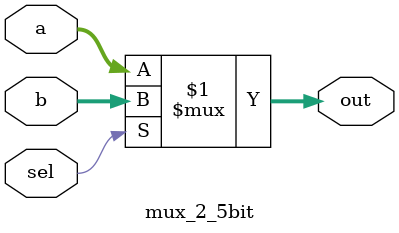
<source format=v>
module mux_2_5bit(a, b, sel, out);

    input [4:0] a, b;
    input sel;
    output [4:0] out;
    
    assign out = sel ? b : a;

endmodule
</source>
